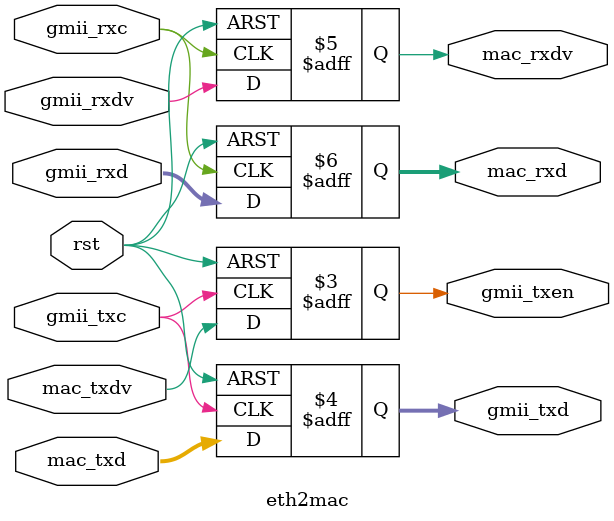
<source format=v>
module eth2mac(
    input rst,
    input gmii_txc,
    input gmii_rxc,

    input gmii_rxdv,
    input [7:0] gmii_rxd,
    output reg mac_rxdv,
    output reg [7:0] mac_rxd,

    output reg gmii_txen,
    output reg [7:0] gmii_txd,
    input mac_txdv,
    input [7:0] mac_txd
);

always@(posedge gmii_rxc or posedge rst) begin
    if(rst) begin
        mac_rxdv <= 1'b0;
        mac_rxd <= 8'd0;
    end
    else begin
        mac_rxdv <= gmii_rxdv;
        mac_rxd <= gmii_rxd;
    end
end
  
always@(posedge gmii_txc or posedge rst) begin
    if(rst) begin
        gmii_txen <= 1'b0;
        gmii_txd <= 8'd0;
    end
    else begin
        gmii_txen <= mac_txdv;
        gmii_txd <= mac_txd;
    end
end

endmodule
</source>
